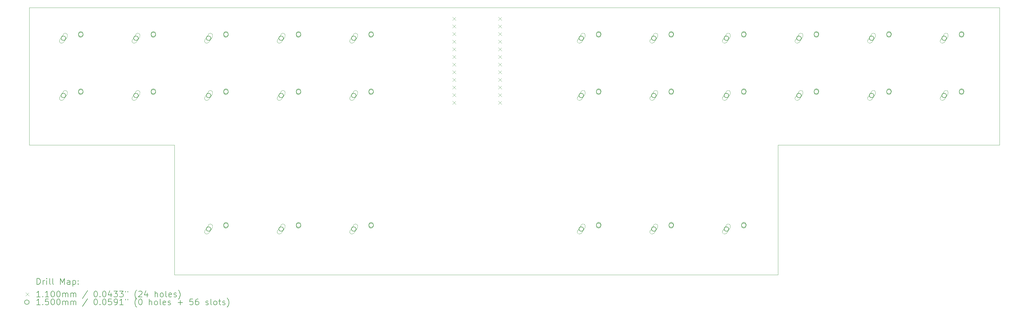
<source format=gbr>
%TF.GenerationSoftware,KiCad,Pcbnew,7.0.11*%
%TF.CreationDate,2024-06-12T14:29:25-04:00*%
%TF.ProjectId,StenoBoard,5374656e-6f42-46f6-9172-642e6b696361,rev?*%
%TF.SameCoordinates,Original*%
%TF.FileFunction,Drillmap*%
%TF.FilePolarity,Positive*%
%FSLAX45Y45*%
G04 Gerber Fmt 4.5, Leading zero omitted, Abs format (unit mm)*
G04 Created by KiCad (PCBNEW 7.0.11) date 2024-06-12 14:29:25*
%MOMM*%
%LPD*%
G01*
G04 APERTURE LIST*
%ADD10C,0.100000*%
%ADD11C,0.200000*%
%ADD12C,0.110000*%
%ADD13C,0.150000*%
G04 APERTURE END LIST*
D10*
X9144000Y-13208000D02*
X9144000Y-17526000D01*
X4318000Y-13208000D02*
X9144000Y-13208000D01*
X36576000Y-13208000D02*
X36576000Y-8636000D01*
X4318000Y-8890000D02*
X4318000Y-13208000D01*
X29210000Y-17526000D02*
X29210000Y-13208000D01*
X29210000Y-13208000D02*
X36576000Y-13208000D01*
X9144000Y-17526000D02*
X29210000Y-17526000D01*
X36576000Y-8636000D02*
X4318000Y-8636000D01*
X4318000Y-8636000D02*
X4318000Y-8890000D01*
D11*
D12*
X18387940Y-8949300D02*
X18497940Y-9059300D01*
X18497940Y-8949300D02*
X18387940Y-9059300D01*
X18387940Y-9203300D02*
X18497940Y-9313300D01*
X18497940Y-9203300D02*
X18387940Y-9313300D01*
X18387940Y-9457300D02*
X18497940Y-9567300D01*
X18497940Y-9457300D02*
X18387940Y-9567300D01*
X18387940Y-9711300D02*
X18497940Y-9821300D01*
X18497940Y-9711300D02*
X18387940Y-9821300D01*
X18387940Y-9965300D02*
X18497940Y-10075300D01*
X18497940Y-9965300D02*
X18387940Y-10075300D01*
X18387940Y-10219300D02*
X18497940Y-10329300D01*
X18497940Y-10219300D02*
X18387940Y-10329300D01*
X18387940Y-10473300D02*
X18497940Y-10583300D01*
X18497940Y-10473300D02*
X18387940Y-10583300D01*
X18387940Y-10727300D02*
X18497940Y-10837300D01*
X18497940Y-10727300D02*
X18387940Y-10837300D01*
X18387940Y-10981300D02*
X18497940Y-11091300D01*
X18497940Y-10981300D02*
X18387940Y-11091300D01*
X18387940Y-11235300D02*
X18497940Y-11345300D01*
X18497940Y-11235300D02*
X18387940Y-11345300D01*
X18387940Y-11489300D02*
X18497940Y-11599300D01*
X18497940Y-11489300D02*
X18387940Y-11599300D01*
X18387940Y-11743300D02*
X18497940Y-11853300D01*
X18497940Y-11743300D02*
X18387940Y-11853300D01*
X19911940Y-8949300D02*
X20021940Y-9059300D01*
X20021940Y-8949300D02*
X19911940Y-9059300D01*
X19911940Y-9203300D02*
X20021940Y-9313300D01*
X20021940Y-9203300D02*
X19911940Y-9313300D01*
X19911940Y-9457300D02*
X20021940Y-9567300D01*
X20021940Y-9457300D02*
X19911940Y-9567300D01*
X19911940Y-9711300D02*
X20021940Y-9821300D01*
X20021940Y-9711300D02*
X19911940Y-9821300D01*
X19911940Y-9965300D02*
X20021940Y-10075300D01*
X20021940Y-9965300D02*
X19911940Y-10075300D01*
X19911940Y-10219300D02*
X20021940Y-10329300D01*
X20021940Y-10219300D02*
X19911940Y-10329300D01*
X19911940Y-10473300D02*
X20021940Y-10583300D01*
X20021940Y-10473300D02*
X19911940Y-10583300D01*
X19911940Y-10727300D02*
X20021940Y-10837300D01*
X20021940Y-10727300D02*
X19911940Y-10837300D01*
X19911940Y-10981300D02*
X20021940Y-11091300D01*
X20021940Y-10981300D02*
X19911940Y-11091300D01*
X19911940Y-11235300D02*
X20021940Y-11345300D01*
X20021940Y-11235300D02*
X19911940Y-11345300D01*
X19911940Y-11489300D02*
X20021940Y-11599300D01*
X20021940Y-11489300D02*
X19911940Y-11599300D01*
X19911940Y-11743300D02*
X20021940Y-11853300D01*
X20021940Y-11743300D02*
X19911940Y-11853300D01*
D13*
X5528000Y-9652000D02*
G75*
G03*
X5378000Y-9652000I-75000J0D01*
G01*
X5378000Y-9652000D02*
G75*
G03*
X5528000Y-9652000I75000J0D01*
G01*
D10*
X5450192Y-9516821D02*
X5329299Y-9706584D01*
X5329299Y-9706584D02*
G75*
G03*
X5455808Y-9787179I63254J-40298D01*
G01*
X5455808Y-9787179D02*
X5576701Y-9597416D01*
X5576701Y-9597416D02*
G75*
G03*
X5450192Y-9516821I-63254J40298D01*
G01*
D13*
X5528000Y-11557000D02*
G75*
G03*
X5378000Y-11557000I-75000J0D01*
G01*
X5378000Y-11557000D02*
G75*
G03*
X5528000Y-11557000I75000J0D01*
G01*
D10*
X5450192Y-11421821D02*
X5329299Y-11611584D01*
X5329299Y-11611584D02*
G75*
G03*
X5455808Y-11692179I63254J-40298D01*
G01*
X5455808Y-11692179D02*
X5576701Y-11502416D01*
X5576701Y-11502416D02*
G75*
G03*
X5450192Y-11421821I-63254J40298D01*
G01*
D13*
X6105500Y-9525000D02*
G75*
G03*
X5955500Y-9525000I-75000J0D01*
G01*
X5955500Y-9525000D02*
G75*
G03*
X6105500Y-9525000I75000J0D01*
G01*
D10*
X5957646Y-9490966D02*
X5953701Y-9548832D01*
X5953701Y-9548832D02*
G75*
G03*
X6103354Y-9559034I74826J-5101D01*
G01*
X6103354Y-9559034D02*
X6107299Y-9501168D01*
X6107299Y-9501168D02*
G75*
G03*
X5957646Y-9490966I-74826J5101D01*
G01*
D13*
X6105500Y-11430000D02*
G75*
G03*
X5955500Y-11430000I-75000J0D01*
G01*
X5955500Y-11430000D02*
G75*
G03*
X6105500Y-11430000I75000J0D01*
G01*
D10*
X5957646Y-11395966D02*
X5953701Y-11453832D01*
X5953701Y-11453832D02*
G75*
G03*
X6103354Y-11464034I74826J-5101D01*
G01*
X6103354Y-11464034D02*
X6107299Y-11406168D01*
X6107299Y-11406168D02*
G75*
G03*
X5957646Y-11395966I-74826J5101D01*
G01*
D13*
X7941000Y-9652000D02*
G75*
G03*
X7791000Y-9652000I-75000J0D01*
G01*
X7791000Y-9652000D02*
G75*
G03*
X7941000Y-9652000I75000J0D01*
G01*
D10*
X7863192Y-9516821D02*
X7742299Y-9706584D01*
X7742299Y-9706584D02*
G75*
G03*
X7868808Y-9787179I63254J-40298D01*
G01*
X7868808Y-9787179D02*
X7989701Y-9597416D01*
X7989701Y-9597416D02*
G75*
G03*
X7863192Y-9516821I-63254J40298D01*
G01*
D13*
X7941000Y-11557000D02*
G75*
G03*
X7791000Y-11557000I-75000J0D01*
G01*
X7791000Y-11557000D02*
G75*
G03*
X7941000Y-11557000I75000J0D01*
G01*
D10*
X7863192Y-11421821D02*
X7742299Y-11611584D01*
X7742299Y-11611584D02*
G75*
G03*
X7868808Y-11692179I63254J-40298D01*
G01*
X7868808Y-11692179D02*
X7989701Y-11502416D01*
X7989701Y-11502416D02*
G75*
G03*
X7863192Y-11421821I-63254J40298D01*
G01*
D13*
X8518500Y-9525000D02*
G75*
G03*
X8368500Y-9525000I-75000J0D01*
G01*
X8368500Y-9525000D02*
G75*
G03*
X8518500Y-9525000I75000J0D01*
G01*
D10*
X8370646Y-9490966D02*
X8366701Y-9548832D01*
X8366701Y-9548832D02*
G75*
G03*
X8516354Y-9559034I74826J-5101D01*
G01*
X8516354Y-9559034D02*
X8520299Y-9501168D01*
X8520299Y-9501168D02*
G75*
G03*
X8370646Y-9490966I-74826J5101D01*
G01*
D13*
X8518500Y-11430000D02*
G75*
G03*
X8368500Y-11430000I-75000J0D01*
G01*
X8368500Y-11430000D02*
G75*
G03*
X8518500Y-11430000I75000J0D01*
G01*
D10*
X8370646Y-11395966D02*
X8366701Y-11453832D01*
X8366701Y-11453832D02*
G75*
G03*
X8516354Y-11464034I74826J-5101D01*
G01*
X8516354Y-11464034D02*
X8520299Y-11406168D01*
X8520299Y-11406168D02*
G75*
G03*
X8370646Y-11395966I-74826J5101D01*
G01*
D13*
X10354000Y-9652000D02*
G75*
G03*
X10204000Y-9652000I-75000J0D01*
G01*
X10204000Y-9652000D02*
G75*
G03*
X10354000Y-9652000I75000J0D01*
G01*
D10*
X10276192Y-9516821D02*
X10155299Y-9706584D01*
X10155299Y-9706584D02*
G75*
G03*
X10281808Y-9787179I63254J-40298D01*
G01*
X10281808Y-9787179D02*
X10402701Y-9597416D01*
X10402701Y-9597416D02*
G75*
G03*
X10276192Y-9516821I-63254J40298D01*
G01*
D13*
X10354000Y-11557000D02*
G75*
G03*
X10204000Y-11557000I-75000J0D01*
G01*
X10204000Y-11557000D02*
G75*
G03*
X10354000Y-11557000I75000J0D01*
G01*
D10*
X10276192Y-11421821D02*
X10155299Y-11611584D01*
X10155299Y-11611584D02*
G75*
G03*
X10281808Y-11692179I63254J-40298D01*
G01*
X10281808Y-11692179D02*
X10402701Y-11502416D01*
X10402701Y-11502416D02*
G75*
G03*
X10276192Y-11421821I-63254J40298D01*
G01*
D13*
X10354000Y-16002000D02*
G75*
G03*
X10204000Y-16002000I-75000J0D01*
G01*
X10204000Y-16002000D02*
G75*
G03*
X10354000Y-16002000I75000J0D01*
G01*
D10*
X10276192Y-15866821D02*
X10155299Y-16056584D01*
X10155299Y-16056584D02*
G75*
G03*
X10281808Y-16137179I63254J-40298D01*
G01*
X10281808Y-16137179D02*
X10402701Y-15947416D01*
X10402701Y-15947416D02*
G75*
G03*
X10276192Y-15866821I-63254J40298D01*
G01*
D13*
X10931500Y-9525000D02*
G75*
G03*
X10781500Y-9525000I-75000J0D01*
G01*
X10781500Y-9525000D02*
G75*
G03*
X10931500Y-9525000I75000J0D01*
G01*
D10*
X10783646Y-9490966D02*
X10779701Y-9548832D01*
X10779701Y-9548832D02*
G75*
G03*
X10929354Y-9559034I74826J-5101D01*
G01*
X10929354Y-9559034D02*
X10933299Y-9501168D01*
X10933299Y-9501168D02*
G75*
G03*
X10783646Y-9490966I-74826J5101D01*
G01*
D13*
X10931500Y-11430000D02*
G75*
G03*
X10781500Y-11430000I-75000J0D01*
G01*
X10781500Y-11430000D02*
G75*
G03*
X10931500Y-11430000I75000J0D01*
G01*
D10*
X10783646Y-11395966D02*
X10779701Y-11453832D01*
X10779701Y-11453832D02*
G75*
G03*
X10929354Y-11464034I74826J-5101D01*
G01*
X10929354Y-11464034D02*
X10933299Y-11406168D01*
X10933299Y-11406168D02*
G75*
G03*
X10783646Y-11395966I-74826J5101D01*
G01*
D13*
X10931500Y-15875000D02*
G75*
G03*
X10781500Y-15875000I-75000J0D01*
G01*
X10781500Y-15875000D02*
G75*
G03*
X10931500Y-15875000I75000J0D01*
G01*
D10*
X10783646Y-15840966D02*
X10779701Y-15898832D01*
X10779701Y-15898832D02*
G75*
G03*
X10929354Y-15909034I74826J-5101D01*
G01*
X10929354Y-15909034D02*
X10933299Y-15851168D01*
X10933299Y-15851168D02*
G75*
G03*
X10783646Y-15840966I-74826J5101D01*
G01*
D13*
X12767000Y-9652000D02*
G75*
G03*
X12617000Y-9652000I-75000J0D01*
G01*
X12617000Y-9652000D02*
G75*
G03*
X12767000Y-9652000I75000J0D01*
G01*
D10*
X12689192Y-9516821D02*
X12568299Y-9706584D01*
X12568299Y-9706584D02*
G75*
G03*
X12694808Y-9787179I63254J-40298D01*
G01*
X12694808Y-9787179D02*
X12815701Y-9597416D01*
X12815701Y-9597416D02*
G75*
G03*
X12689192Y-9516821I-63254J40298D01*
G01*
D13*
X12767000Y-11557000D02*
G75*
G03*
X12617000Y-11557000I-75000J0D01*
G01*
X12617000Y-11557000D02*
G75*
G03*
X12767000Y-11557000I75000J0D01*
G01*
D10*
X12689192Y-11421821D02*
X12568299Y-11611584D01*
X12568299Y-11611584D02*
G75*
G03*
X12694808Y-11692179I63254J-40298D01*
G01*
X12694808Y-11692179D02*
X12815701Y-11502416D01*
X12815701Y-11502416D02*
G75*
G03*
X12689192Y-11421821I-63254J40298D01*
G01*
D13*
X12767000Y-16002000D02*
G75*
G03*
X12617000Y-16002000I-75000J0D01*
G01*
X12617000Y-16002000D02*
G75*
G03*
X12767000Y-16002000I75000J0D01*
G01*
D10*
X12689192Y-15866821D02*
X12568299Y-16056584D01*
X12568299Y-16056584D02*
G75*
G03*
X12694808Y-16137179I63254J-40298D01*
G01*
X12694808Y-16137179D02*
X12815701Y-15947416D01*
X12815701Y-15947416D02*
G75*
G03*
X12689192Y-15866821I-63254J40298D01*
G01*
D13*
X13344500Y-9525000D02*
G75*
G03*
X13194500Y-9525000I-75000J0D01*
G01*
X13194500Y-9525000D02*
G75*
G03*
X13344500Y-9525000I75000J0D01*
G01*
D10*
X13196646Y-9490966D02*
X13192701Y-9548832D01*
X13192701Y-9548832D02*
G75*
G03*
X13342354Y-9559034I74826J-5101D01*
G01*
X13342354Y-9559034D02*
X13346299Y-9501168D01*
X13346299Y-9501168D02*
G75*
G03*
X13196646Y-9490966I-74826J5101D01*
G01*
D13*
X13344500Y-11430000D02*
G75*
G03*
X13194500Y-11430000I-75000J0D01*
G01*
X13194500Y-11430000D02*
G75*
G03*
X13344500Y-11430000I75000J0D01*
G01*
D10*
X13196646Y-11395966D02*
X13192701Y-11453832D01*
X13192701Y-11453832D02*
G75*
G03*
X13342354Y-11464034I74826J-5101D01*
G01*
X13342354Y-11464034D02*
X13346299Y-11406168D01*
X13346299Y-11406168D02*
G75*
G03*
X13196646Y-11395966I-74826J5101D01*
G01*
D13*
X13344500Y-15875000D02*
G75*
G03*
X13194500Y-15875000I-75000J0D01*
G01*
X13194500Y-15875000D02*
G75*
G03*
X13344500Y-15875000I75000J0D01*
G01*
D10*
X13196646Y-15840966D02*
X13192701Y-15898832D01*
X13192701Y-15898832D02*
G75*
G03*
X13342354Y-15909034I74826J-5101D01*
G01*
X13342354Y-15909034D02*
X13346299Y-15851168D01*
X13346299Y-15851168D02*
G75*
G03*
X13196646Y-15840966I-74826J5101D01*
G01*
D13*
X15180000Y-9652000D02*
G75*
G03*
X15030000Y-9652000I-75000J0D01*
G01*
X15030000Y-9652000D02*
G75*
G03*
X15180000Y-9652000I75000J0D01*
G01*
D10*
X15102192Y-9516821D02*
X14981299Y-9706584D01*
X14981299Y-9706584D02*
G75*
G03*
X15107808Y-9787179I63254J-40298D01*
G01*
X15107808Y-9787179D02*
X15228701Y-9597416D01*
X15228701Y-9597416D02*
G75*
G03*
X15102192Y-9516821I-63254J40298D01*
G01*
D13*
X15180000Y-11557000D02*
G75*
G03*
X15030000Y-11557000I-75000J0D01*
G01*
X15030000Y-11557000D02*
G75*
G03*
X15180000Y-11557000I75000J0D01*
G01*
D10*
X15102192Y-11421821D02*
X14981299Y-11611584D01*
X14981299Y-11611584D02*
G75*
G03*
X15107808Y-11692179I63254J-40298D01*
G01*
X15107808Y-11692179D02*
X15228701Y-11502416D01*
X15228701Y-11502416D02*
G75*
G03*
X15102192Y-11421821I-63254J40298D01*
G01*
D13*
X15180000Y-16002000D02*
G75*
G03*
X15030000Y-16002000I-75000J0D01*
G01*
X15030000Y-16002000D02*
G75*
G03*
X15180000Y-16002000I75000J0D01*
G01*
D10*
X15102192Y-15866821D02*
X14981299Y-16056584D01*
X14981299Y-16056584D02*
G75*
G03*
X15107808Y-16137179I63254J-40298D01*
G01*
X15107808Y-16137179D02*
X15228701Y-15947416D01*
X15228701Y-15947416D02*
G75*
G03*
X15102192Y-15866821I-63254J40298D01*
G01*
D13*
X15757500Y-9525000D02*
G75*
G03*
X15607500Y-9525000I-75000J0D01*
G01*
X15607500Y-9525000D02*
G75*
G03*
X15757500Y-9525000I75000J0D01*
G01*
D10*
X15609646Y-9490966D02*
X15605701Y-9548832D01*
X15605701Y-9548832D02*
G75*
G03*
X15755354Y-9559034I74826J-5101D01*
G01*
X15755354Y-9559034D02*
X15759299Y-9501168D01*
X15759299Y-9501168D02*
G75*
G03*
X15609646Y-9490966I-74826J5101D01*
G01*
D13*
X15757500Y-11430000D02*
G75*
G03*
X15607500Y-11430000I-75000J0D01*
G01*
X15607500Y-11430000D02*
G75*
G03*
X15757500Y-11430000I75000J0D01*
G01*
D10*
X15609646Y-11395966D02*
X15605701Y-11453832D01*
X15605701Y-11453832D02*
G75*
G03*
X15755354Y-11464034I74826J-5101D01*
G01*
X15755354Y-11464034D02*
X15759299Y-11406168D01*
X15759299Y-11406168D02*
G75*
G03*
X15609646Y-11395966I-74826J5101D01*
G01*
D13*
X15757500Y-15875000D02*
G75*
G03*
X15607500Y-15875000I-75000J0D01*
G01*
X15607500Y-15875000D02*
G75*
G03*
X15757500Y-15875000I75000J0D01*
G01*
D10*
X15609646Y-15840966D02*
X15605701Y-15898832D01*
X15605701Y-15898832D02*
G75*
G03*
X15755354Y-15909034I74826J-5101D01*
G01*
X15755354Y-15909034D02*
X15759299Y-15851168D01*
X15759299Y-15851168D02*
G75*
G03*
X15609646Y-15840966I-74826J5101D01*
G01*
D13*
X22744500Y-9652000D02*
G75*
G03*
X22594500Y-9652000I-75000J0D01*
G01*
X22594500Y-9652000D02*
G75*
G03*
X22744500Y-9652000I75000J0D01*
G01*
D10*
X22666692Y-9516821D02*
X22545799Y-9706584D01*
X22545799Y-9706584D02*
G75*
G03*
X22672308Y-9787179I63254J-40298D01*
G01*
X22672308Y-9787179D02*
X22793201Y-9597416D01*
X22793201Y-9597416D02*
G75*
G03*
X22666692Y-9516821I-63254J40298D01*
G01*
D13*
X22744500Y-11557000D02*
G75*
G03*
X22594500Y-11557000I-75000J0D01*
G01*
X22594500Y-11557000D02*
G75*
G03*
X22744500Y-11557000I75000J0D01*
G01*
D10*
X22666692Y-11421821D02*
X22545799Y-11611584D01*
X22545799Y-11611584D02*
G75*
G03*
X22672308Y-11692179I63254J-40298D01*
G01*
X22672308Y-11692179D02*
X22793201Y-11502416D01*
X22793201Y-11502416D02*
G75*
G03*
X22666692Y-11421821I-63254J40298D01*
G01*
D13*
X22744500Y-16002000D02*
G75*
G03*
X22594500Y-16002000I-75000J0D01*
G01*
X22594500Y-16002000D02*
G75*
G03*
X22744500Y-16002000I75000J0D01*
G01*
D10*
X22666692Y-15866821D02*
X22545799Y-16056584D01*
X22545799Y-16056584D02*
G75*
G03*
X22672308Y-16137179I63254J-40298D01*
G01*
X22672308Y-16137179D02*
X22793201Y-15947416D01*
X22793201Y-15947416D02*
G75*
G03*
X22666692Y-15866821I-63254J40298D01*
G01*
D13*
X23322000Y-9525000D02*
G75*
G03*
X23172000Y-9525000I-75000J0D01*
G01*
X23172000Y-9525000D02*
G75*
G03*
X23322000Y-9525000I75000J0D01*
G01*
D10*
X23174146Y-9490966D02*
X23170201Y-9548832D01*
X23170201Y-9548832D02*
G75*
G03*
X23319854Y-9559034I74826J-5101D01*
G01*
X23319854Y-9559034D02*
X23323799Y-9501168D01*
X23323799Y-9501168D02*
G75*
G03*
X23174146Y-9490966I-74826J5101D01*
G01*
D13*
X23322000Y-11430000D02*
G75*
G03*
X23172000Y-11430000I-75000J0D01*
G01*
X23172000Y-11430000D02*
G75*
G03*
X23322000Y-11430000I75000J0D01*
G01*
D10*
X23174146Y-11395966D02*
X23170201Y-11453832D01*
X23170201Y-11453832D02*
G75*
G03*
X23319854Y-11464034I74826J-5101D01*
G01*
X23319854Y-11464034D02*
X23323799Y-11406168D01*
X23323799Y-11406168D02*
G75*
G03*
X23174146Y-11395966I-74826J5101D01*
G01*
D13*
X23322000Y-15875000D02*
G75*
G03*
X23172000Y-15875000I-75000J0D01*
G01*
X23172000Y-15875000D02*
G75*
G03*
X23322000Y-15875000I75000J0D01*
G01*
D10*
X23174146Y-15840966D02*
X23170201Y-15898832D01*
X23170201Y-15898832D02*
G75*
G03*
X23319854Y-15909034I74826J-5101D01*
G01*
X23319854Y-15909034D02*
X23323799Y-15851168D01*
X23323799Y-15851168D02*
G75*
G03*
X23174146Y-15840966I-74826J5101D01*
G01*
D13*
X25157500Y-9652000D02*
G75*
G03*
X25007500Y-9652000I-75000J0D01*
G01*
X25007500Y-9652000D02*
G75*
G03*
X25157500Y-9652000I75000J0D01*
G01*
D10*
X25079692Y-9516821D02*
X24958799Y-9706584D01*
X24958799Y-9706584D02*
G75*
G03*
X25085308Y-9787179I63254J-40298D01*
G01*
X25085308Y-9787179D02*
X25206201Y-9597416D01*
X25206201Y-9597416D02*
G75*
G03*
X25079692Y-9516821I-63254J40298D01*
G01*
D13*
X25157500Y-11557000D02*
G75*
G03*
X25007500Y-11557000I-75000J0D01*
G01*
X25007500Y-11557000D02*
G75*
G03*
X25157500Y-11557000I75000J0D01*
G01*
D10*
X25079692Y-11421821D02*
X24958799Y-11611584D01*
X24958799Y-11611584D02*
G75*
G03*
X25085308Y-11692179I63254J-40298D01*
G01*
X25085308Y-11692179D02*
X25206201Y-11502416D01*
X25206201Y-11502416D02*
G75*
G03*
X25079692Y-11421821I-63254J40298D01*
G01*
D13*
X25157500Y-16002000D02*
G75*
G03*
X25007500Y-16002000I-75000J0D01*
G01*
X25007500Y-16002000D02*
G75*
G03*
X25157500Y-16002000I75000J0D01*
G01*
D10*
X25079692Y-15866821D02*
X24958799Y-16056584D01*
X24958799Y-16056584D02*
G75*
G03*
X25085308Y-16137179I63254J-40298D01*
G01*
X25085308Y-16137179D02*
X25206201Y-15947416D01*
X25206201Y-15947416D02*
G75*
G03*
X25079692Y-15866821I-63254J40298D01*
G01*
D13*
X25735000Y-9525000D02*
G75*
G03*
X25585000Y-9525000I-75000J0D01*
G01*
X25585000Y-9525000D02*
G75*
G03*
X25735000Y-9525000I75000J0D01*
G01*
D10*
X25587146Y-9490966D02*
X25583201Y-9548832D01*
X25583201Y-9548832D02*
G75*
G03*
X25732854Y-9559034I74826J-5101D01*
G01*
X25732854Y-9559034D02*
X25736799Y-9501168D01*
X25736799Y-9501168D02*
G75*
G03*
X25587146Y-9490966I-74826J5101D01*
G01*
D13*
X25735000Y-11430000D02*
G75*
G03*
X25585000Y-11430000I-75000J0D01*
G01*
X25585000Y-11430000D02*
G75*
G03*
X25735000Y-11430000I75000J0D01*
G01*
D10*
X25587146Y-11395966D02*
X25583201Y-11453832D01*
X25583201Y-11453832D02*
G75*
G03*
X25732854Y-11464034I74826J-5101D01*
G01*
X25732854Y-11464034D02*
X25736799Y-11406168D01*
X25736799Y-11406168D02*
G75*
G03*
X25587146Y-11395966I-74826J5101D01*
G01*
D13*
X25735000Y-15875000D02*
G75*
G03*
X25585000Y-15875000I-75000J0D01*
G01*
X25585000Y-15875000D02*
G75*
G03*
X25735000Y-15875000I75000J0D01*
G01*
D10*
X25587146Y-15840966D02*
X25583201Y-15898832D01*
X25583201Y-15898832D02*
G75*
G03*
X25732854Y-15909034I74826J-5101D01*
G01*
X25732854Y-15909034D02*
X25736799Y-15851168D01*
X25736799Y-15851168D02*
G75*
G03*
X25587146Y-15840966I-74826J5101D01*
G01*
D13*
X27570500Y-9652000D02*
G75*
G03*
X27420500Y-9652000I-75000J0D01*
G01*
X27420500Y-9652000D02*
G75*
G03*
X27570500Y-9652000I75000J0D01*
G01*
D10*
X27492692Y-9516821D02*
X27371799Y-9706584D01*
X27371799Y-9706584D02*
G75*
G03*
X27498308Y-9787179I63254J-40298D01*
G01*
X27498308Y-9787179D02*
X27619201Y-9597416D01*
X27619201Y-9597416D02*
G75*
G03*
X27492692Y-9516821I-63254J40298D01*
G01*
D13*
X27570500Y-11557000D02*
G75*
G03*
X27420500Y-11557000I-75000J0D01*
G01*
X27420500Y-11557000D02*
G75*
G03*
X27570500Y-11557000I75000J0D01*
G01*
D10*
X27492692Y-11421821D02*
X27371799Y-11611584D01*
X27371799Y-11611584D02*
G75*
G03*
X27498308Y-11692179I63254J-40298D01*
G01*
X27498308Y-11692179D02*
X27619201Y-11502416D01*
X27619201Y-11502416D02*
G75*
G03*
X27492692Y-11421821I-63254J40298D01*
G01*
D13*
X27570500Y-16002000D02*
G75*
G03*
X27420500Y-16002000I-75000J0D01*
G01*
X27420500Y-16002000D02*
G75*
G03*
X27570500Y-16002000I75000J0D01*
G01*
D10*
X27492692Y-15866821D02*
X27371799Y-16056584D01*
X27371799Y-16056584D02*
G75*
G03*
X27498308Y-16137179I63254J-40298D01*
G01*
X27498308Y-16137179D02*
X27619201Y-15947416D01*
X27619201Y-15947416D02*
G75*
G03*
X27492692Y-15866821I-63254J40298D01*
G01*
D13*
X28148000Y-9525000D02*
G75*
G03*
X27998000Y-9525000I-75000J0D01*
G01*
X27998000Y-9525000D02*
G75*
G03*
X28148000Y-9525000I75000J0D01*
G01*
D10*
X28000146Y-9490966D02*
X27996201Y-9548832D01*
X27996201Y-9548832D02*
G75*
G03*
X28145854Y-9559034I74826J-5101D01*
G01*
X28145854Y-9559034D02*
X28149799Y-9501168D01*
X28149799Y-9501168D02*
G75*
G03*
X28000146Y-9490966I-74826J5101D01*
G01*
D13*
X28148000Y-11430000D02*
G75*
G03*
X27998000Y-11430000I-75000J0D01*
G01*
X27998000Y-11430000D02*
G75*
G03*
X28148000Y-11430000I75000J0D01*
G01*
D10*
X28000146Y-11395966D02*
X27996201Y-11453832D01*
X27996201Y-11453832D02*
G75*
G03*
X28145854Y-11464034I74826J-5101D01*
G01*
X28145854Y-11464034D02*
X28149799Y-11406168D01*
X28149799Y-11406168D02*
G75*
G03*
X28000146Y-11395966I-74826J5101D01*
G01*
D13*
X28148000Y-15875000D02*
G75*
G03*
X27998000Y-15875000I-75000J0D01*
G01*
X27998000Y-15875000D02*
G75*
G03*
X28148000Y-15875000I75000J0D01*
G01*
D10*
X28000146Y-15840966D02*
X27996201Y-15898832D01*
X27996201Y-15898832D02*
G75*
G03*
X28145854Y-15909034I74826J-5101D01*
G01*
X28145854Y-15909034D02*
X28149799Y-15851168D01*
X28149799Y-15851168D02*
G75*
G03*
X28000146Y-15840966I-74826J5101D01*
G01*
D13*
X29983500Y-9652000D02*
G75*
G03*
X29833500Y-9652000I-75000J0D01*
G01*
X29833500Y-9652000D02*
G75*
G03*
X29983500Y-9652000I75000J0D01*
G01*
D10*
X29905692Y-9516821D02*
X29784799Y-9706584D01*
X29784799Y-9706584D02*
G75*
G03*
X29911308Y-9787179I63254J-40298D01*
G01*
X29911308Y-9787179D02*
X30032201Y-9597416D01*
X30032201Y-9597416D02*
G75*
G03*
X29905692Y-9516821I-63254J40298D01*
G01*
D13*
X29983500Y-11557000D02*
G75*
G03*
X29833500Y-11557000I-75000J0D01*
G01*
X29833500Y-11557000D02*
G75*
G03*
X29983500Y-11557000I75000J0D01*
G01*
D10*
X29905692Y-11421821D02*
X29784799Y-11611584D01*
X29784799Y-11611584D02*
G75*
G03*
X29911308Y-11692179I63254J-40298D01*
G01*
X29911308Y-11692179D02*
X30032201Y-11502416D01*
X30032201Y-11502416D02*
G75*
G03*
X29905692Y-11421821I-63254J40298D01*
G01*
D13*
X30561000Y-9525000D02*
G75*
G03*
X30411000Y-9525000I-75000J0D01*
G01*
X30411000Y-9525000D02*
G75*
G03*
X30561000Y-9525000I75000J0D01*
G01*
D10*
X30413146Y-9490966D02*
X30409201Y-9548832D01*
X30409201Y-9548832D02*
G75*
G03*
X30558854Y-9559034I74826J-5101D01*
G01*
X30558854Y-9559034D02*
X30562799Y-9501168D01*
X30562799Y-9501168D02*
G75*
G03*
X30413146Y-9490966I-74826J5101D01*
G01*
D13*
X30561000Y-11430000D02*
G75*
G03*
X30411000Y-11430000I-75000J0D01*
G01*
X30411000Y-11430000D02*
G75*
G03*
X30561000Y-11430000I75000J0D01*
G01*
D10*
X30413146Y-11395966D02*
X30409201Y-11453832D01*
X30409201Y-11453832D02*
G75*
G03*
X30558854Y-11464034I74826J-5101D01*
G01*
X30558854Y-11464034D02*
X30562799Y-11406168D01*
X30562799Y-11406168D02*
G75*
G03*
X30413146Y-11395966I-74826J5101D01*
G01*
D13*
X32396500Y-9652000D02*
G75*
G03*
X32246500Y-9652000I-75000J0D01*
G01*
X32246500Y-9652000D02*
G75*
G03*
X32396500Y-9652000I75000J0D01*
G01*
D10*
X32318692Y-9516821D02*
X32197799Y-9706584D01*
X32197799Y-9706584D02*
G75*
G03*
X32324308Y-9787179I63254J-40298D01*
G01*
X32324308Y-9787179D02*
X32445201Y-9597416D01*
X32445201Y-9597416D02*
G75*
G03*
X32318692Y-9516821I-63254J40298D01*
G01*
D13*
X32396500Y-11557000D02*
G75*
G03*
X32246500Y-11557000I-75000J0D01*
G01*
X32246500Y-11557000D02*
G75*
G03*
X32396500Y-11557000I75000J0D01*
G01*
D10*
X32318692Y-11421821D02*
X32197799Y-11611584D01*
X32197799Y-11611584D02*
G75*
G03*
X32324308Y-11692179I63254J-40298D01*
G01*
X32324308Y-11692179D02*
X32445201Y-11502416D01*
X32445201Y-11502416D02*
G75*
G03*
X32318692Y-11421821I-63254J40298D01*
G01*
D13*
X32974000Y-9525000D02*
G75*
G03*
X32824000Y-9525000I-75000J0D01*
G01*
X32824000Y-9525000D02*
G75*
G03*
X32974000Y-9525000I75000J0D01*
G01*
D10*
X32826146Y-9490966D02*
X32822201Y-9548832D01*
X32822201Y-9548832D02*
G75*
G03*
X32971854Y-9559034I74826J-5101D01*
G01*
X32971854Y-9559034D02*
X32975799Y-9501168D01*
X32975799Y-9501168D02*
G75*
G03*
X32826146Y-9490966I-74826J5101D01*
G01*
D13*
X32974000Y-11430000D02*
G75*
G03*
X32824000Y-11430000I-75000J0D01*
G01*
X32824000Y-11430000D02*
G75*
G03*
X32974000Y-11430000I75000J0D01*
G01*
D10*
X32826146Y-11395966D02*
X32822201Y-11453832D01*
X32822201Y-11453832D02*
G75*
G03*
X32971854Y-11464034I74826J-5101D01*
G01*
X32971854Y-11464034D02*
X32975799Y-11406168D01*
X32975799Y-11406168D02*
G75*
G03*
X32826146Y-11395966I-74826J5101D01*
G01*
D13*
X34809500Y-9652000D02*
G75*
G03*
X34659500Y-9652000I-75000J0D01*
G01*
X34659500Y-9652000D02*
G75*
G03*
X34809500Y-9652000I75000J0D01*
G01*
D10*
X34731692Y-9516821D02*
X34610799Y-9706584D01*
X34610799Y-9706584D02*
G75*
G03*
X34737308Y-9787179I63254J-40298D01*
G01*
X34737308Y-9787179D02*
X34858201Y-9597416D01*
X34858201Y-9597416D02*
G75*
G03*
X34731692Y-9516821I-63254J40298D01*
G01*
D13*
X34809500Y-11557000D02*
G75*
G03*
X34659500Y-11557000I-75000J0D01*
G01*
X34659500Y-11557000D02*
G75*
G03*
X34809500Y-11557000I75000J0D01*
G01*
D10*
X34731692Y-11421821D02*
X34610799Y-11611584D01*
X34610799Y-11611584D02*
G75*
G03*
X34737308Y-11692179I63254J-40298D01*
G01*
X34737308Y-11692179D02*
X34858201Y-11502416D01*
X34858201Y-11502416D02*
G75*
G03*
X34731692Y-11421821I-63254J40298D01*
G01*
D13*
X35387000Y-9525000D02*
G75*
G03*
X35237000Y-9525000I-75000J0D01*
G01*
X35237000Y-9525000D02*
G75*
G03*
X35387000Y-9525000I75000J0D01*
G01*
D10*
X35239146Y-9490966D02*
X35235201Y-9548832D01*
X35235201Y-9548832D02*
G75*
G03*
X35384854Y-9559034I74826J-5101D01*
G01*
X35384854Y-9559034D02*
X35388799Y-9501168D01*
X35388799Y-9501168D02*
G75*
G03*
X35239146Y-9490966I-74826J5101D01*
G01*
D13*
X35387000Y-11430000D02*
G75*
G03*
X35237000Y-11430000I-75000J0D01*
G01*
X35237000Y-11430000D02*
G75*
G03*
X35387000Y-11430000I75000J0D01*
G01*
D10*
X35239146Y-11395966D02*
X35235201Y-11453832D01*
X35235201Y-11453832D02*
G75*
G03*
X35384854Y-11464034I74826J-5101D01*
G01*
X35384854Y-11464034D02*
X35388799Y-11406168D01*
X35388799Y-11406168D02*
G75*
G03*
X35239146Y-11395966I-74826J5101D01*
G01*
D11*
X4573777Y-17842484D02*
X4573777Y-17642484D01*
X4573777Y-17642484D02*
X4621396Y-17642484D01*
X4621396Y-17642484D02*
X4649967Y-17652008D01*
X4649967Y-17652008D02*
X4669015Y-17671055D01*
X4669015Y-17671055D02*
X4678539Y-17690103D01*
X4678539Y-17690103D02*
X4688063Y-17728198D01*
X4688063Y-17728198D02*
X4688063Y-17756770D01*
X4688063Y-17756770D02*
X4678539Y-17794865D01*
X4678539Y-17794865D02*
X4669015Y-17813912D01*
X4669015Y-17813912D02*
X4649967Y-17832960D01*
X4649967Y-17832960D02*
X4621396Y-17842484D01*
X4621396Y-17842484D02*
X4573777Y-17842484D01*
X4773777Y-17842484D02*
X4773777Y-17709150D01*
X4773777Y-17747246D02*
X4783301Y-17728198D01*
X4783301Y-17728198D02*
X4792824Y-17718674D01*
X4792824Y-17718674D02*
X4811872Y-17709150D01*
X4811872Y-17709150D02*
X4830920Y-17709150D01*
X4897586Y-17842484D02*
X4897586Y-17709150D01*
X4897586Y-17642484D02*
X4888063Y-17652008D01*
X4888063Y-17652008D02*
X4897586Y-17661531D01*
X4897586Y-17661531D02*
X4907110Y-17652008D01*
X4907110Y-17652008D02*
X4897586Y-17642484D01*
X4897586Y-17642484D02*
X4897586Y-17661531D01*
X5021396Y-17842484D02*
X5002348Y-17832960D01*
X5002348Y-17832960D02*
X4992824Y-17813912D01*
X4992824Y-17813912D02*
X4992824Y-17642484D01*
X5126158Y-17842484D02*
X5107110Y-17832960D01*
X5107110Y-17832960D02*
X5097586Y-17813912D01*
X5097586Y-17813912D02*
X5097586Y-17642484D01*
X5354729Y-17842484D02*
X5354729Y-17642484D01*
X5354729Y-17642484D02*
X5421396Y-17785341D01*
X5421396Y-17785341D02*
X5488063Y-17642484D01*
X5488063Y-17642484D02*
X5488063Y-17842484D01*
X5669015Y-17842484D02*
X5669015Y-17737722D01*
X5669015Y-17737722D02*
X5659491Y-17718674D01*
X5659491Y-17718674D02*
X5640443Y-17709150D01*
X5640443Y-17709150D02*
X5602348Y-17709150D01*
X5602348Y-17709150D02*
X5583301Y-17718674D01*
X5669015Y-17832960D02*
X5649967Y-17842484D01*
X5649967Y-17842484D02*
X5602348Y-17842484D01*
X5602348Y-17842484D02*
X5583301Y-17832960D01*
X5583301Y-17832960D02*
X5573777Y-17813912D01*
X5573777Y-17813912D02*
X5573777Y-17794865D01*
X5573777Y-17794865D02*
X5583301Y-17775817D01*
X5583301Y-17775817D02*
X5602348Y-17766293D01*
X5602348Y-17766293D02*
X5649967Y-17766293D01*
X5649967Y-17766293D02*
X5669015Y-17756770D01*
X5764253Y-17709150D02*
X5764253Y-17909150D01*
X5764253Y-17718674D02*
X5783301Y-17709150D01*
X5783301Y-17709150D02*
X5821396Y-17709150D01*
X5821396Y-17709150D02*
X5840443Y-17718674D01*
X5840443Y-17718674D02*
X5849967Y-17728198D01*
X5849967Y-17728198D02*
X5859491Y-17747246D01*
X5859491Y-17747246D02*
X5859491Y-17804389D01*
X5859491Y-17804389D02*
X5849967Y-17823436D01*
X5849967Y-17823436D02*
X5840443Y-17832960D01*
X5840443Y-17832960D02*
X5821396Y-17842484D01*
X5821396Y-17842484D02*
X5783301Y-17842484D01*
X5783301Y-17842484D02*
X5764253Y-17832960D01*
X5945205Y-17823436D02*
X5954729Y-17832960D01*
X5954729Y-17832960D02*
X5945205Y-17842484D01*
X5945205Y-17842484D02*
X5935682Y-17832960D01*
X5935682Y-17832960D02*
X5945205Y-17823436D01*
X5945205Y-17823436D02*
X5945205Y-17842484D01*
X5945205Y-17718674D02*
X5954729Y-17728198D01*
X5954729Y-17728198D02*
X5945205Y-17737722D01*
X5945205Y-17737722D02*
X5935682Y-17728198D01*
X5935682Y-17728198D02*
X5945205Y-17718674D01*
X5945205Y-17718674D02*
X5945205Y-17737722D01*
D12*
X4203000Y-18116000D02*
X4313000Y-18226000D01*
X4313000Y-18116000D02*
X4203000Y-18226000D01*
D11*
X4678539Y-18262484D02*
X4564253Y-18262484D01*
X4621396Y-18262484D02*
X4621396Y-18062484D01*
X4621396Y-18062484D02*
X4602348Y-18091055D01*
X4602348Y-18091055D02*
X4583301Y-18110103D01*
X4583301Y-18110103D02*
X4564253Y-18119627D01*
X4764253Y-18243436D02*
X4773777Y-18252960D01*
X4773777Y-18252960D02*
X4764253Y-18262484D01*
X4764253Y-18262484D02*
X4754729Y-18252960D01*
X4754729Y-18252960D02*
X4764253Y-18243436D01*
X4764253Y-18243436D02*
X4764253Y-18262484D01*
X4964253Y-18262484D02*
X4849967Y-18262484D01*
X4907110Y-18262484D02*
X4907110Y-18062484D01*
X4907110Y-18062484D02*
X4888063Y-18091055D01*
X4888063Y-18091055D02*
X4869015Y-18110103D01*
X4869015Y-18110103D02*
X4849967Y-18119627D01*
X5088063Y-18062484D02*
X5107110Y-18062484D01*
X5107110Y-18062484D02*
X5126158Y-18072008D01*
X5126158Y-18072008D02*
X5135682Y-18081531D01*
X5135682Y-18081531D02*
X5145205Y-18100579D01*
X5145205Y-18100579D02*
X5154729Y-18138674D01*
X5154729Y-18138674D02*
X5154729Y-18186293D01*
X5154729Y-18186293D02*
X5145205Y-18224389D01*
X5145205Y-18224389D02*
X5135682Y-18243436D01*
X5135682Y-18243436D02*
X5126158Y-18252960D01*
X5126158Y-18252960D02*
X5107110Y-18262484D01*
X5107110Y-18262484D02*
X5088063Y-18262484D01*
X5088063Y-18262484D02*
X5069015Y-18252960D01*
X5069015Y-18252960D02*
X5059491Y-18243436D01*
X5059491Y-18243436D02*
X5049967Y-18224389D01*
X5049967Y-18224389D02*
X5040444Y-18186293D01*
X5040444Y-18186293D02*
X5040444Y-18138674D01*
X5040444Y-18138674D02*
X5049967Y-18100579D01*
X5049967Y-18100579D02*
X5059491Y-18081531D01*
X5059491Y-18081531D02*
X5069015Y-18072008D01*
X5069015Y-18072008D02*
X5088063Y-18062484D01*
X5278539Y-18062484D02*
X5297586Y-18062484D01*
X5297586Y-18062484D02*
X5316634Y-18072008D01*
X5316634Y-18072008D02*
X5326158Y-18081531D01*
X5326158Y-18081531D02*
X5335682Y-18100579D01*
X5335682Y-18100579D02*
X5345205Y-18138674D01*
X5345205Y-18138674D02*
X5345205Y-18186293D01*
X5345205Y-18186293D02*
X5335682Y-18224389D01*
X5335682Y-18224389D02*
X5326158Y-18243436D01*
X5326158Y-18243436D02*
X5316634Y-18252960D01*
X5316634Y-18252960D02*
X5297586Y-18262484D01*
X5297586Y-18262484D02*
X5278539Y-18262484D01*
X5278539Y-18262484D02*
X5259491Y-18252960D01*
X5259491Y-18252960D02*
X5249967Y-18243436D01*
X5249967Y-18243436D02*
X5240444Y-18224389D01*
X5240444Y-18224389D02*
X5230920Y-18186293D01*
X5230920Y-18186293D02*
X5230920Y-18138674D01*
X5230920Y-18138674D02*
X5240444Y-18100579D01*
X5240444Y-18100579D02*
X5249967Y-18081531D01*
X5249967Y-18081531D02*
X5259491Y-18072008D01*
X5259491Y-18072008D02*
X5278539Y-18062484D01*
X5430920Y-18262484D02*
X5430920Y-18129150D01*
X5430920Y-18148198D02*
X5440444Y-18138674D01*
X5440444Y-18138674D02*
X5459491Y-18129150D01*
X5459491Y-18129150D02*
X5488063Y-18129150D01*
X5488063Y-18129150D02*
X5507110Y-18138674D01*
X5507110Y-18138674D02*
X5516634Y-18157722D01*
X5516634Y-18157722D02*
X5516634Y-18262484D01*
X5516634Y-18157722D02*
X5526158Y-18138674D01*
X5526158Y-18138674D02*
X5545205Y-18129150D01*
X5545205Y-18129150D02*
X5573777Y-18129150D01*
X5573777Y-18129150D02*
X5592824Y-18138674D01*
X5592824Y-18138674D02*
X5602348Y-18157722D01*
X5602348Y-18157722D02*
X5602348Y-18262484D01*
X5697586Y-18262484D02*
X5697586Y-18129150D01*
X5697586Y-18148198D02*
X5707110Y-18138674D01*
X5707110Y-18138674D02*
X5726158Y-18129150D01*
X5726158Y-18129150D02*
X5754729Y-18129150D01*
X5754729Y-18129150D02*
X5773777Y-18138674D01*
X5773777Y-18138674D02*
X5783301Y-18157722D01*
X5783301Y-18157722D02*
X5783301Y-18262484D01*
X5783301Y-18157722D02*
X5792824Y-18138674D01*
X5792824Y-18138674D02*
X5811872Y-18129150D01*
X5811872Y-18129150D02*
X5840443Y-18129150D01*
X5840443Y-18129150D02*
X5859491Y-18138674D01*
X5859491Y-18138674D02*
X5869015Y-18157722D01*
X5869015Y-18157722D02*
X5869015Y-18262484D01*
X6259491Y-18052960D02*
X6088063Y-18310103D01*
X6516634Y-18062484D02*
X6535682Y-18062484D01*
X6535682Y-18062484D02*
X6554729Y-18072008D01*
X6554729Y-18072008D02*
X6564253Y-18081531D01*
X6564253Y-18081531D02*
X6573777Y-18100579D01*
X6573777Y-18100579D02*
X6583301Y-18138674D01*
X6583301Y-18138674D02*
X6583301Y-18186293D01*
X6583301Y-18186293D02*
X6573777Y-18224389D01*
X6573777Y-18224389D02*
X6564253Y-18243436D01*
X6564253Y-18243436D02*
X6554729Y-18252960D01*
X6554729Y-18252960D02*
X6535682Y-18262484D01*
X6535682Y-18262484D02*
X6516634Y-18262484D01*
X6516634Y-18262484D02*
X6497586Y-18252960D01*
X6497586Y-18252960D02*
X6488063Y-18243436D01*
X6488063Y-18243436D02*
X6478539Y-18224389D01*
X6478539Y-18224389D02*
X6469015Y-18186293D01*
X6469015Y-18186293D02*
X6469015Y-18138674D01*
X6469015Y-18138674D02*
X6478539Y-18100579D01*
X6478539Y-18100579D02*
X6488063Y-18081531D01*
X6488063Y-18081531D02*
X6497586Y-18072008D01*
X6497586Y-18072008D02*
X6516634Y-18062484D01*
X6669015Y-18243436D02*
X6678539Y-18252960D01*
X6678539Y-18252960D02*
X6669015Y-18262484D01*
X6669015Y-18262484D02*
X6659491Y-18252960D01*
X6659491Y-18252960D02*
X6669015Y-18243436D01*
X6669015Y-18243436D02*
X6669015Y-18262484D01*
X6802348Y-18062484D02*
X6821396Y-18062484D01*
X6821396Y-18062484D02*
X6840444Y-18072008D01*
X6840444Y-18072008D02*
X6849967Y-18081531D01*
X6849967Y-18081531D02*
X6859491Y-18100579D01*
X6859491Y-18100579D02*
X6869015Y-18138674D01*
X6869015Y-18138674D02*
X6869015Y-18186293D01*
X6869015Y-18186293D02*
X6859491Y-18224389D01*
X6859491Y-18224389D02*
X6849967Y-18243436D01*
X6849967Y-18243436D02*
X6840444Y-18252960D01*
X6840444Y-18252960D02*
X6821396Y-18262484D01*
X6821396Y-18262484D02*
X6802348Y-18262484D01*
X6802348Y-18262484D02*
X6783301Y-18252960D01*
X6783301Y-18252960D02*
X6773777Y-18243436D01*
X6773777Y-18243436D02*
X6764253Y-18224389D01*
X6764253Y-18224389D02*
X6754729Y-18186293D01*
X6754729Y-18186293D02*
X6754729Y-18138674D01*
X6754729Y-18138674D02*
X6764253Y-18100579D01*
X6764253Y-18100579D02*
X6773777Y-18081531D01*
X6773777Y-18081531D02*
X6783301Y-18072008D01*
X6783301Y-18072008D02*
X6802348Y-18062484D01*
X7040444Y-18129150D02*
X7040444Y-18262484D01*
X6992825Y-18052960D02*
X6945206Y-18195817D01*
X6945206Y-18195817D02*
X7069015Y-18195817D01*
X7126158Y-18062484D02*
X7249967Y-18062484D01*
X7249967Y-18062484D02*
X7183301Y-18138674D01*
X7183301Y-18138674D02*
X7211872Y-18138674D01*
X7211872Y-18138674D02*
X7230920Y-18148198D01*
X7230920Y-18148198D02*
X7240444Y-18157722D01*
X7240444Y-18157722D02*
X7249967Y-18176770D01*
X7249967Y-18176770D02*
X7249967Y-18224389D01*
X7249967Y-18224389D02*
X7240444Y-18243436D01*
X7240444Y-18243436D02*
X7230920Y-18252960D01*
X7230920Y-18252960D02*
X7211872Y-18262484D01*
X7211872Y-18262484D02*
X7154729Y-18262484D01*
X7154729Y-18262484D02*
X7135682Y-18252960D01*
X7135682Y-18252960D02*
X7126158Y-18243436D01*
X7316634Y-18062484D02*
X7440444Y-18062484D01*
X7440444Y-18062484D02*
X7373777Y-18138674D01*
X7373777Y-18138674D02*
X7402348Y-18138674D01*
X7402348Y-18138674D02*
X7421396Y-18148198D01*
X7421396Y-18148198D02*
X7430920Y-18157722D01*
X7430920Y-18157722D02*
X7440444Y-18176770D01*
X7440444Y-18176770D02*
X7440444Y-18224389D01*
X7440444Y-18224389D02*
X7430920Y-18243436D01*
X7430920Y-18243436D02*
X7421396Y-18252960D01*
X7421396Y-18252960D02*
X7402348Y-18262484D01*
X7402348Y-18262484D02*
X7345206Y-18262484D01*
X7345206Y-18262484D02*
X7326158Y-18252960D01*
X7326158Y-18252960D02*
X7316634Y-18243436D01*
X7516634Y-18062484D02*
X7516634Y-18100579D01*
X7592825Y-18062484D02*
X7592825Y-18100579D01*
X7888063Y-18338674D02*
X7878539Y-18329150D01*
X7878539Y-18329150D02*
X7859491Y-18300579D01*
X7859491Y-18300579D02*
X7849968Y-18281531D01*
X7849968Y-18281531D02*
X7840444Y-18252960D01*
X7840444Y-18252960D02*
X7830920Y-18205341D01*
X7830920Y-18205341D02*
X7830920Y-18167246D01*
X7830920Y-18167246D02*
X7840444Y-18119627D01*
X7840444Y-18119627D02*
X7849968Y-18091055D01*
X7849968Y-18091055D02*
X7859491Y-18072008D01*
X7859491Y-18072008D02*
X7878539Y-18043436D01*
X7878539Y-18043436D02*
X7888063Y-18033912D01*
X7954729Y-18081531D02*
X7964253Y-18072008D01*
X7964253Y-18072008D02*
X7983301Y-18062484D01*
X7983301Y-18062484D02*
X8030920Y-18062484D01*
X8030920Y-18062484D02*
X8049968Y-18072008D01*
X8049968Y-18072008D02*
X8059491Y-18081531D01*
X8059491Y-18081531D02*
X8069015Y-18100579D01*
X8069015Y-18100579D02*
X8069015Y-18119627D01*
X8069015Y-18119627D02*
X8059491Y-18148198D01*
X8059491Y-18148198D02*
X7945206Y-18262484D01*
X7945206Y-18262484D02*
X8069015Y-18262484D01*
X8240444Y-18129150D02*
X8240444Y-18262484D01*
X8192825Y-18052960D02*
X8145206Y-18195817D01*
X8145206Y-18195817D02*
X8269015Y-18195817D01*
X8497587Y-18262484D02*
X8497587Y-18062484D01*
X8583301Y-18262484D02*
X8583301Y-18157722D01*
X8583301Y-18157722D02*
X8573777Y-18138674D01*
X8573777Y-18138674D02*
X8554730Y-18129150D01*
X8554730Y-18129150D02*
X8526158Y-18129150D01*
X8526158Y-18129150D02*
X8507111Y-18138674D01*
X8507111Y-18138674D02*
X8497587Y-18148198D01*
X8707111Y-18262484D02*
X8688063Y-18252960D01*
X8688063Y-18252960D02*
X8678539Y-18243436D01*
X8678539Y-18243436D02*
X8669015Y-18224389D01*
X8669015Y-18224389D02*
X8669015Y-18167246D01*
X8669015Y-18167246D02*
X8678539Y-18148198D01*
X8678539Y-18148198D02*
X8688063Y-18138674D01*
X8688063Y-18138674D02*
X8707111Y-18129150D01*
X8707111Y-18129150D02*
X8735682Y-18129150D01*
X8735682Y-18129150D02*
X8754730Y-18138674D01*
X8754730Y-18138674D02*
X8764253Y-18148198D01*
X8764253Y-18148198D02*
X8773777Y-18167246D01*
X8773777Y-18167246D02*
X8773777Y-18224389D01*
X8773777Y-18224389D02*
X8764253Y-18243436D01*
X8764253Y-18243436D02*
X8754730Y-18252960D01*
X8754730Y-18252960D02*
X8735682Y-18262484D01*
X8735682Y-18262484D02*
X8707111Y-18262484D01*
X8888063Y-18262484D02*
X8869015Y-18252960D01*
X8869015Y-18252960D02*
X8859492Y-18233912D01*
X8859492Y-18233912D02*
X8859492Y-18062484D01*
X9040444Y-18252960D02*
X9021396Y-18262484D01*
X9021396Y-18262484D02*
X8983301Y-18262484D01*
X8983301Y-18262484D02*
X8964253Y-18252960D01*
X8964253Y-18252960D02*
X8954730Y-18233912D01*
X8954730Y-18233912D02*
X8954730Y-18157722D01*
X8954730Y-18157722D02*
X8964253Y-18138674D01*
X8964253Y-18138674D02*
X8983301Y-18129150D01*
X8983301Y-18129150D02*
X9021396Y-18129150D01*
X9021396Y-18129150D02*
X9040444Y-18138674D01*
X9040444Y-18138674D02*
X9049968Y-18157722D01*
X9049968Y-18157722D02*
X9049968Y-18176770D01*
X9049968Y-18176770D02*
X8954730Y-18195817D01*
X9126158Y-18252960D02*
X9145206Y-18262484D01*
X9145206Y-18262484D02*
X9183301Y-18262484D01*
X9183301Y-18262484D02*
X9202349Y-18252960D01*
X9202349Y-18252960D02*
X9211873Y-18233912D01*
X9211873Y-18233912D02*
X9211873Y-18224389D01*
X9211873Y-18224389D02*
X9202349Y-18205341D01*
X9202349Y-18205341D02*
X9183301Y-18195817D01*
X9183301Y-18195817D02*
X9154730Y-18195817D01*
X9154730Y-18195817D02*
X9135682Y-18186293D01*
X9135682Y-18186293D02*
X9126158Y-18167246D01*
X9126158Y-18167246D02*
X9126158Y-18157722D01*
X9126158Y-18157722D02*
X9135682Y-18138674D01*
X9135682Y-18138674D02*
X9154730Y-18129150D01*
X9154730Y-18129150D02*
X9183301Y-18129150D01*
X9183301Y-18129150D02*
X9202349Y-18138674D01*
X9278539Y-18338674D02*
X9288063Y-18329150D01*
X9288063Y-18329150D02*
X9307111Y-18300579D01*
X9307111Y-18300579D02*
X9316634Y-18281531D01*
X9316634Y-18281531D02*
X9326158Y-18252960D01*
X9326158Y-18252960D02*
X9335682Y-18205341D01*
X9335682Y-18205341D02*
X9335682Y-18167246D01*
X9335682Y-18167246D02*
X9326158Y-18119627D01*
X9326158Y-18119627D02*
X9316634Y-18091055D01*
X9316634Y-18091055D02*
X9307111Y-18072008D01*
X9307111Y-18072008D02*
X9288063Y-18043436D01*
X9288063Y-18043436D02*
X9278539Y-18033912D01*
D13*
X4313000Y-18435000D02*
G75*
G03*
X4163000Y-18435000I-75000J0D01*
G01*
X4163000Y-18435000D02*
G75*
G03*
X4313000Y-18435000I75000J0D01*
G01*
D11*
X4678539Y-18526484D02*
X4564253Y-18526484D01*
X4621396Y-18526484D02*
X4621396Y-18326484D01*
X4621396Y-18326484D02*
X4602348Y-18355055D01*
X4602348Y-18355055D02*
X4583301Y-18374103D01*
X4583301Y-18374103D02*
X4564253Y-18383627D01*
X4764253Y-18507436D02*
X4773777Y-18516960D01*
X4773777Y-18516960D02*
X4764253Y-18526484D01*
X4764253Y-18526484D02*
X4754729Y-18516960D01*
X4754729Y-18516960D02*
X4764253Y-18507436D01*
X4764253Y-18507436D02*
X4764253Y-18526484D01*
X4954729Y-18326484D02*
X4859491Y-18326484D01*
X4859491Y-18326484D02*
X4849967Y-18421722D01*
X4849967Y-18421722D02*
X4859491Y-18412198D01*
X4859491Y-18412198D02*
X4878539Y-18402674D01*
X4878539Y-18402674D02*
X4926158Y-18402674D01*
X4926158Y-18402674D02*
X4945205Y-18412198D01*
X4945205Y-18412198D02*
X4954729Y-18421722D01*
X4954729Y-18421722D02*
X4964253Y-18440770D01*
X4964253Y-18440770D02*
X4964253Y-18488389D01*
X4964253Y-18488389D02*
X4954729Y-18507436D01*
X4954729Y-18507436D02*
X4945205Y-18516960D01*
X4945205Y-18516960D02*
X4926158Y-18526484D01*
X4926158Y-18526484D02*
X4878539Y-18526484D01*
X4878539Y-18526484D02*
X4859491Y-18516960D01*
X4859491Y-18516960D02*
X4849967Y-18507436D01*
X5088063Y-18326484D02*
X5107110Y-18326484D01*
X5107110Y-18326484D02*
X5126158Y-18336008D01*
X5126158Y-18336008D02*
X5135682Y-18345531D01*
X5135682Y-18345531D02*
X5145205Y-18364579D01*
X5145205Y-18364579D02*
X5154729Y-18402674D01*
X5154729Y-18402674D02*
X5154729Y-18450293D01*
X5154729Y-18450293D02*
X5145205Y-18488389D01*
X5145205Y-18488389D02*
X5135682Y-18507436D01*
X5135682Y-18507436D02*
X5126158Y-18516960D01*
X5126158Y-18516960D02*
X5107110Y-18526484D01*
X5107110Y-18526484D02*
X5088063Y-18526484D01*
X5088063Y-18526484D02*
X5069015Y-18516960D01*
X5069015Y-18516960D02*
X5059491Y-18507436D01*
X5059491Y-18507436D02*
X5049967Y-18488389D01*
X5049967Y-18488389D02*
X5040444Y-18450293D01*
X5040444Y-18450293D02*
X5040444Y-18402674D01*
X5040444Y-18402674D02*
X5049967Y-18364579D01*
X5049967Y-18364579D02*
X5059491Y-18345531D01*
X5059491Y-18345531D02*
X5069015Y-18336008D01*
X5069015Y-18336008D02*
X5088063Y-18326484D01*
X5278539Y-18326484D02*
X5297586Y-18326484D01*
X5297586Y-18326484D02*
X5316634Y-18336008D01*
X5316634Y-18336008D02*
X5326158Y-18345531D01*
X5326158Y-18345531D02*
X5335682Y-18364579D01*
X5335682Y-18364579D02*
X5345205Y-18402674D01*
X5345205Y-18402674D02*
X5345205Y-18450293D01*
X5345205Y-18450293D02*
X5335682Y-18488389D01*
X5335682Y-18488389D02*
X5326158Y-18507436D01*
X5326158Y-18507436D02*
X5316634Y-18516960D01*
X5316634Y-18516960D02*
X5297586Y-18526484D01*
X5297586Y-18526484D02*
X5278539Y-18526484D01*
X5278539Y-18526484D02*
X5259491Y-18516960D01*
X5259491Y-18516960D02*
X5249967Y-18507436D01*
X5249967Y-18507436D02*
X5240444Y-18488389D01*
X5240444Y-18488389D02*
X5230920Y-18450293D01*
X5230920Y-18450293D02*
X5230920Y-18402674D01*
X5230920Y-18402674D02*
X5240444Y-18364579D01*
X5240444Y-18364579D02*
X5249967Y-18345531D01*
X5249967Y-18345531D02*
X5259491Y-18336008D01*
X5259491Y-18336008D02*
X5278539Y-18326484D01*
X5430920Y-18526484D02*
X5430920Y-18393150D01*
X5430920Y-18412198D02*
X5440444Y-18402674D01*
X5440444Y-18402674D02*
X5459491Y-18393150D01*
X5459491Y-18393150D02*
X5488063Y-18393150D01*
X5488063Y-18393150D02*
X5507110Y-18402674D01*
X5507110Y-18402674D02*
X5516634Y-18421722D01*
X5516634Y-18421722D02*
X5516634Y-18526484D01*
X5516634Y-18421722D02*
X5526158Y-18402674D01*
X5526158Y-18402674D02*
X5545205Y-18393150D01*
X5545205Y-18393150D02*
X5573777Y-18393150D01*
X5573777Y-18393150D02*
X5592824Y-18402674D01*
X5592824Y-18402674D02*
X5602348Y-18421722D01*
X5602348Y-18421722D02*
X5602348Y-18526484D01*
X5697586Y-18526484D02*
X5697586Y-18393150D01*
X5697586Y-18412198D02*
X5707110Y-18402674D01*
X5707110Y-18402674D02*
X5726158Y-18393150D01*
X5726158Y-18393150D02*
X5754729Y-18393150D01*
X5754729Y-18393150D02*
X5773777Y-18402674D01*
X5773777Y-18402674D02*
X5783301Y-18421722D01*
X5783301Y-18421722D02*
X5783301Y-18526484D01*
X5783301Y-18421722D02*
X5792824Y-18402674D01*
X5792824Y-18402674D02*
X5811872Y-18393150D01*
X5811872Y-18393150D02*
X5840443Y-18393150D01*
X5840443Y-18393150D02*
X5859491Y-18402674D01*
X5859491Y-18402674D02*
X5869015Y-18421722D01*
X5869015Y-18421722D02*
X5869015Y-18526484D01*
X6259491Y-18316960D02*
X6088063Y-18574103D01*
X6516634Y-18326484D02*
X6535682Y-18326484D01*
X6535682Y-18326484D02*
X6554729Y-18336008D01*
X6554729Y-18336008D02*
X6564253Y-18345531D01*
X6564253Y-18345531D02*
X6573777Y-18364579D01*
X6573777Y-18364579D02*
X6583301Y-18402674D01*
X6583301Y-18402674D02*
X6583301Y-18450293D01*
X6583301Y-18450293D02*
X6573777Y-18488389D01*
X6573777Y-18488389D02*
X6564253Y-18507436D01*
X6564253Y-18507436D02*
X6554729Y-18516960D01*
X6554729Y-18516960D02*
X6535682Y-18526484D01*
X6535682Y-18526484D02*
X6516634Y-18526484D01*
X6516634Y-18526484D02*
X6497586Y-18516960D01*
X6497586Y-18516960D02*
X6488063Y-18507436D01*
X6488063Y-18507436D02*
X6478539Y-18488389D01*
X6478539Y-18488389D02*
X6469015Y-18450293D01*
X6469015Y-18450293D02*
X6469015Y-18402674D01*
X6469015Y-18402674D02*
X6478539Y-18364579D01*
X6478539Y-18364579D02*
X6488063Y-18345531D01*
X6488063Y-18345531D02*
X6497586Y-18336008D01*
X6497586Y-18336008D02*
X6516634Y-18326484D01*
X6669015Y-18507436D02*
X6678539Y-18516960D01*
X6678539Y-18516960D02*
X6669015Y-18526484D01*
X6669015Y-18526484D02*
X6659491Y-18516960D01*
X6659491Y-18516960D02*
X6669015Y-18507436D01*
X6669015Y-18507436D02*
X6669015Y-18526484D01*
X6802348Y-18326484D02*
X6821396Y-18326484D01*
X6821396Y-18326484D02*
X6840444Y-18336008D01*
X6840444Y-18336008D02*
X6849967Y-18345531D01*
X6849967Y-18345531D02*
X6859491Y-18364579D01*
X6859491Y-18364579D02*
X6869015Y-18402674D01*
X6869015Y-18402674D02*
X6869015Y-18450293D01*
X6869015Y-18450293D02*
X6859491Y-18488389D01*
X6859491Y-18488389D02*
X6849967Y-18507436D01*
X6849967Y-18507436D02*
X6840444Y-18516960D01*
X6840444Y-18516960D02*
X6821396Y-18526484D01*
X6821396Y-18526484D02*
X6802348Y-18526484D01*
X6802348Y-18526484D02*
X6783301Y-18516960D01*
X6783301Y-18516960D02*
X6773777Y-18507436D01*
X6773777Y-18507436D02*
X6764253Y-18488389D01*
X6764253Y-18488389D02*
X6754729Y-18450293D01*
X6754729Y-18450293D02*
X6754729Y-18402674D01*
X6754729Y-18402674D02*
X6764253Y-18364579D01*
X6764253Y-18364579D02*
X6773777Y-18345531D01*
X6773777Y-18345531D02*
X6783301Y-18336008D01*
X6783301Y-18336008D02*
X6802348Y-18326484D01*
X7049967Y-18326484D02*
X6954729Y-18326484D01*
X6954729Y-18326484D02*
X6945206Y-18421722D01*
X6945206Y-18421722D02*
X6954729Y-18412198D01*
X6954729Y-18412198D02*
X6973777Y-18402674D01*
X6973777Y-18402674D02*
X7021396Y-18402674D01*
X7021396Y-18402674D02*
X7040444Y-18412198D01*
X7040444Y-18412198D02*
X7049967Y-18421722D01*
X7049967Y-18421722D02*
X7059491Y-18440770D01*
X7059491Y-18440770D02*
X7059491Y-18488389D01*
X7059491Y-18488389D02*
X7049967Y-18507436D01*
X7049967Y-18507436D02*
X7040444Y-18516960D01*
X7040444Y-18516960D02*
X7021396Y-18526484D01*
X7021396Y-18526484D02*
X6973777Y-18526484D01*
X6973777Y-18526484D02*
X6954729Y-18516960D01*
X6954729Y-18516960D02*
X6945206Y-18507436D01*
X7154729Y-18526484D02*
X7192825Y-18526484D01*
X7192825Y-18526484D02*
X7211872Y-18516960D01*
X7211872Y-18516960D02*
X7221396Y-18507436D01*
X7221396Y-18507436D02*
X7240444Y-18478865D01*
X7240444Y-18478865D02*
X7249967Y-18440770D01*
X7249967Y-18440770D02*
X7249967Y-18364579D01*
X7249967Y-18364579D02*
X7240444Y-18345531D01*
X7240444Y-18345531D02*
X7230920Y-18336008D01*
X7230920Y-18336008D02*
X7211872Y-18326484D01*
X7211872Y-18326484D02*
X7173777Y-18326484D01*
X7173777Y-18326484D02*
X7154729Y-18336008D01*
X7154729Y-18336008D02*
X7145206Y-18345531D01*
X7145206Y-18345531D02*
X7135682Y-18364579D01*
X7135682Y-18364579D02*
X7135682Y-18412198D01*
X7135682Y-18412198D02*
X7145206Y-18431246D01*
X7145206Y-18431246D02*
X7154729Y-18440770D01*
X7154729Y-18440770D02*
X7173777Y-18450293D01*
X7173777Y-18450293D02*
X7211872Y-18450293D01*
X7211872Y-18450293D02*
X7230920Y-18440770D01*
X7230920Y-18440770D02*
X7240444Y-18431246D01*
X7240444Y-18431246D02*
X7249967Y-18412198D01*
X7440444Y-18526484D02*
X7326158Y-18526484D01*
X7383301Y-18526484D02*
X7383301Y-18326484D01*
X7383301Y-18326484D02*
X7364253Y-18355055D01*
X7364253Y-18355055D02*
X7345206Y-18374103D01*
X7345206Y-18374103D02*
X7326158Y-18383627D01*
X7516634Y-18326484D02*
X7516634Y-18364579D01*
X7592825Y-18326484D02*
X7592825Y-18364579D01*
X7888063Y-18602674D02*
X7878539Y-18593150D01*
X7878539Y-18593150D02*
X7859491Y-18564579D01*
X7859491Y-18564579D02*
X7849968Y-18545531D01*
X7849968Y-18545531D02*
X7840444Y-18516960D01*
X7840444Y-18516960D02*
X7830920Y-18469341D01*
X7830920Y-18469341D02*
X7830920Y-18431246D01*
X7830920Y-18431246D02*
X7840444Y-18383627D01*
X7840444Y-18383627D02*
X7849968Y-18355055D01*
X7849968Y-18355055D02*
X7859491Y-18336008D01*
X7859491Y-18336008D02*
X7878539Y-18307436D01*
X7878539Y-18307436D02*
X7888063Y-18297912D01*
X8002348Y-18326484D02*
X8021396Y-18326484D01*
X8021396Y-18326484D02*
X8040444Y-18336008D01*
X8040444Y-18336008D02*
X8049968Y-18345531D01*
X8049968Y-18345531D02*
X8059491Y-18364579D01*
X8059491Y-18364579D02*
X8069015Y-18402674D01*
X8069015Y-18402674D02*
X8069015Y-18450293D01*
X8069015Y-18450293D02*
X8059491Y-18488389D01*
X8059491Y-18488389D02*
X8049968Y-18507436D01*
X8049968Y-18507436D02*
X8040444Y-18516960D01*
X8040444Y-18516960D02*
X8021396Y-18526484D01*
X8021396Y-18526484D02*
X8002348Y-18526484D01*
X8002348Y-18526484D02*
X7983301Y-18516960D01*
X7983301Y-18516960D02*
X7973777Y-18507436D01*
X7973777Y-18507436D02*
X7964253Y-18488389D01*
X7964253Y-18488389D02*
X7954729Y-18450293D01*
X7954729Y-18450293D02*
X7954729Y-18402674D01*
X7954729Y-18402674D02*
X7964253Y-18364579D01*
X7964253Y-18364579D02*
X7973777Y-18345531D01*
X7973777Y-18345531D02*
X7983301Y-18336008D01*
X7983301Y-18336008D02*
X8002348Y-18326484D01*
X8307110Y-18526484D02*
X8307110Y-18326484D01*
X8392825Y-18526484D02*
X8392825Y-18421722D01*
X8392825Y-18421722D02*
X8383301Y-18402674D01*
X8383301Y-18402674D02*
X8364253Y-18393150D01*
X8364253Y-18393150D02*
X8335682Y-18393150D01*
X8335682Y-18393150D02*
X8316634Y-18402674D01*
X8316634Y-18402674D02*
X8307110Y-18412198D01*
X8516634Y-18526484D02*
X8497587Y-18516960D01*
X8497587Y-18516960D02*
X8488063Y-18507436D01*
X8488063Y-18507436D02*
X8478539Y-18488389D01*
X8478539Y-18488389D02*
X8478539Y-18431246D01*
X8478539Y-18431246D02*
X8488063Y-18412198D01*
X8488063Y-18412198D02*
X8497587Y-18402674D01*
X8497587Y-18402674D02*
X8516634Y-18393150D01*
X8516634Y-18393150D02*
X8545206Y-18393150D01*
X8545206Y-18393150D02*
X8564253Y-18402674D01*
X8564253Y-18402674D02*
X8573777Y-18412198D01*
X8573777Y-18412198D02*
X8583301Y-18431246D01*
X8583301Y-18431246D02*
X8583301Y-18488389D01*
X8583301Y-18488389D02*
X8573777Y-18507436D01*
X8573777Y-18507436D02*
X8564253Y-18516960D01*
X8564253Y-18516960D02*
X8545206Y-18526484D01*
X8545206Y-18526484D02*
X8516634Y-18526484D01*
X8697587Y-18526484D02*
X8678539Y-18516960D01*
X8678539Y-18516960D02*
X8669015Y-18497912D01*
X8669015Y-18497912D02*
X8669015Y-18326484D01*
X8849968Y-18516960D02*
X8830920Y-18526484D01*
X8830920Y-18526484D02*
X8792825Y-18526484D01*
X8792825Y-18526484D02*
X8773777Y-18516960D01*
X8773777Y-18516960D02*
X8764253Y-18497912D01*
X8764253Y-18497912D02*
X8764253Y-18421722D01*
X8764253Y-18421722D02*
X8773777Y-18402674D01*
X8773777Y-18402674D02*
X8792825Y-18393150D01*
X8792825Y-18393150D02*
X8830920Y-18393150D01*
X8830920Y-18393150D02*
X8849968Y-18402674D01*
X8849968Y-18402674D02*
X8859492Y-18421722D01*
X8859492Y-18421722D02*
X8859492Y-18440770D01*
X8859492Y-18440770D02*
X8764253Y-18459817D01*
X8935682Y-18516960D02*
X8954730Y-18526484D01*
X8954730Y-18526484D02*
X8992825Y-18526484D01*
X8992825Y-18526484D02*
X9011873Y-18516960D01*
X9011873Y-18516960D02*
X9021396Y-18497912D01*
X9021396Y-18497912D02*
X9021396Y-18488389D01*
X9021396Y-18488389D02*
X9011873Y-18469341D01*
X9011873Y-18469341D02*
X8992825Y-18459817D01*
X8992825Y-18459817D02*
X8964253Y-18459817D01*
X8964253Y-18459817D02*
X8945206Y-18450293D01*
X8945206Y-18450293D02*
X8935682Y-18431246D01*
X8935682Y-18431246D02*
X8935682Y-18421722D01*
X8935682Y-18421722D02*
X8945206Y-18402674D01*
X8945206Y-18402674D02*
X8964253Y-18393150D01*
X8964253Y-18393150D02*
X8992825Y-18393150D01*
X8992825Y-18393150D02*
X9011873Y-18402674D01*
X9259492Y-18450293D02*
X9411873Y-18450293D01*
X9335682Y-18526484D02*
X9335682Y-18374103D01*
X9754730Y-18326484D02*
X9659492Y-18326484D01*
X9659492Y-18326484D02*
X9649968Y-18421722D01*
X9649968Y-18421722D02*
X9659492Y-18412198D01*
X9659492Y-18412198D02*
X9678539Y-18402674D01*
X9678539Y-18402674D02*
X9726158Y-18402674D01*
X9726158Y-18402674D02*
X9745206Y-18412198D01*
X9745206Y-18412198D02*
X9754730Y-18421722D01*
X9754730Y-18421722D02*
X9764254Y-18440770D01*
X9764254Y-18440770D02*
X9764254Y-18488389D01*
X9764254Y-18488389D02*
X9754730Y-18507436D01*
X9754730Y-18507436D02*
X9745206Y-18516960D01*
X9745206Y-18516960D02*
X9726158Y-18526484D01*
X9726158Y-18526484D02*
X9678539Y-18526484D01*
X9678539Y-18526484D02*
X9659492Y-18516960D01*
X9659492Y-18516960D02*
X9649968Y-18507436D01*
X9935682Y-18326484D02*
X9897587Y-18326484D01*
X9897587Y-18326484D02*
X9878539Y-18336008D01*
X9878539Y-18336008D02*
X9869015Y-18345531D01*
X9869015Y-18345531D02*
X9849968Y-18374103D01*
X9849968Y-18374103D02*
X9840444Y-18412198D01*
X9840444Y-18412198D02*
X9840444Y-18488389D01*
X9840444Y-18488389D02*
X9849968Y-18507436D01*
X9849968Y-18507436D02*
X9859492Y-18516960D01*
X9859492Y-18516960D02*
X9878539Y-18526484D01*
X9878539Y-18526484D02*
X9916635Y-18526484D01*
X9916635Y-18526484D02*
X9935682Y-18516960D01*
X9935682Y-18516960D02*
X9945206Y-18507436D01*
X9945206Y-18507436D02*
X9954730Y-18488389D01*
X9954730Y-18488389D02*
X9954730Y-18440770D01*
X9954730Y-18440770D02*
X9945206Y-18421722D01*
X9945206Y-18421722D02*
X9935682Y-18412198D01*
X9935682Y-18412198D02*
X9916635Y-18402674D01*
X9916635Y-18402674D02*
X9878539Y-18402674D01*
X9878539Y-18402674D02*
X9859492Y-18412198D01*
X9859492Y-18412198D02*
X9849968Y-18421722D01*
X9849968Y-18421722D02*
X9840444Y-18440770D01*
X10183301Y-18516960D02*
X10202349Y-18526484D01*
X10202349Y-18526484D02*
X10240444Y-18526484D01*
X10240444Y-18526484D02*
X10259492Y-18516960D01*
X10259492Y-18516960D02*
X10269016Y-18497912D01*
X10269016Y-18497912D02*
X10269016Y-18488389D01*
X10269016Y-18488389D02*
X10259492Y-18469341D01*
X10259492Y-18469341D02*
X10240444Y-18459817D01*
X10240444Y-18459817D02*
X10211873Y-18459817D01*
X10211873Y-18459817D02*
X10192825Y-18450293D01*
X10192825Y-18450293D02*
X10183301Y-18431246D01*
X10183301Y-18431246D02*
X10183301Y-18421722D01*
X10183301Y-18421722D02*
X10192825Y-18402674D01*
X10192825Y-18402674D02*
X10211873Y-18393150D01*
X10211873Y-18393150D02*
X10240444Y-18393150D01*
X10240444Y-18393150D02*
X10259492Y-18402674D01*
X10383301Y-18526484D02*
X10364254Y-18516960D01*
X10364254Y-18516960D02*
X10354730Y-18497912D01*
X10354730Y-18497912D02*
X10354730Y-18326484D01*
X10488063Y-18526484D02*
X10469016Y-18516960D01*
X10469016Y-18516960D02*
X10459492Y-18507436D01*
X10459492Y-18507436D02*
X10449968Y-18488389D01*
X10449968Y-18488389D02*
X10449968Y-18431246D01*
X10449968Y-18431246D02*
X10459492Y-18412198D01*
X10459492Y-18412198D02*
X10469016Y-18402674D01*
X10469016Y-18402674D02*
X10488063Y-18393150D01*
X10488063Y-18393150D02*
X10516635Y-18393150D01*
X10516635Y-18393150D02*
X10535682Y-18402674D01*
X10535682Y-18402674D02*
X10545206Y-18412198D01*
X10545206Y-18412198D02*
X10554730Y-18431246D01*
X10554730Y-18431246D02*
X10554730Y-18488389D01*
X10554730Y-18488389D02*
X10545206Y-18507436D01*
X10545206Y-18507436D02*
X10535682Y-18516960D01*
X10535682Y-18516960D02*
X10516635Y-18526484D01*
X10516635Y-18526484D02*
X10488063Y-18526484D01*
X10611873Y-18393150D02*
X10688063Y-18393150D01*
X10640444Y-18326484D02*
X10640444Y-18497912D01*
X10640444Y-18497912D02*
X10649968Y-18516960D01*
X10649968Y-18516960D02*
X10669016Y-18526484D01*
X10669016Y-18526484D02*
X10688063Y-18526484D01*
X10745206Y-18516960D02*
X10764254Y-18526484D01*
X10764254Y-18526484D02*
X10802349Y-18526484D01*
X10802349Y-18526484D02*
X10821397Y-18516960D01*
X10821397Y-18516960D02*
X10830920Y-18497912D01*
X10830920Y-18497912D02*
X10830920Y-18488389D01*
X10830920Y-18488389D02*
X10821397Y-18469341D01*
X10821397Y-18469341D02*
X10802349Y-18459817D01*
X10802349Y-18459817D02*
X10773777Y-18459817D01*
X10773777Y-18459817D02*
X10754730Y-18450293D01*
X10754730Y-18450293D02*
X10745206Y-18431246D01*
X10745206Y-18431246D02*
X10745206Y-18421722D01*
X10745206Y-18421722D02*
X10754730Y-18402674D01*
X10754730Y-18402674D02*
X10773777Y-18393150D01*
X10773777Y-18393150D02*
X10802349Y-18393150D01*
X10802349Y-18393150D02*
X10821397Y-18402674D01*
X10897587Y-18602674D02*
X10907111Y-18593150D01*
X10907111Y-18593150D02*
X10926158Y-18564579D01*
X10926158Y-18564579D02*
X10935682Y-18545531D01*
X10935682Y-18545531D02*
X10945206Y-18516960D01*
X10945206Y-18516960D02*
X10954730Y-18469341D01*
X10954730Y-18469341D02*
X10954730Y-18431246D01*
X10954730Y-18431246D02*
X10945206Y-18383627D01*
X10945206Y-18383627D02*
X10935682Y-18355055D01*
X10935682Y-18355055D02*
X10926158Y-18336008D01*
X10926158Y-18336008D02*
X10907111Y-18307436D01*
X10907111Y-18307436D02*
X10897587Y-18297912D01*
M02*

</source>
